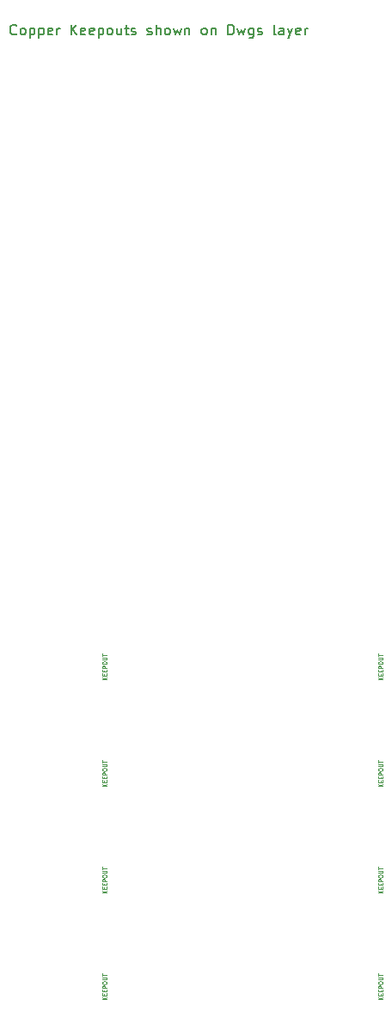
<source format=gbr>
%TF.GenerationSoftware,KiCad,Pcbnew,6.0.2+dfsg-1*%
%TF.CreationDate,2023-09-09T19:36:37+01:00*%
%TF.ProjectId,useq,75736571-2e6b-4696-9361-645f70636258,rev?*%
%TF.SameCoordinates,Original*%
%TF.FileFunction,Other,Comment*%
%FSLAX46Y46*%
G04 Gerber Fmt 4.6, Leading zero omitted, Abs format (unit mm)*
G04 Created by KiCad (PCBNEW 6.0.2+dfsg-1) date 2023-09-09 19:36:37*
%MOMM*%
%LPD*%
G01*
G04 APERTURE LIST*
%ADD10C,0.150000*%
%ADD11C,0.051000*%
G04 APERTURE END LIST*
D10*
%TO.C,U1*%
X143600000Y-28657142D02*
X143552380Y-28704761D01*
X143409523Y-28752380D01*
X143314285Y-28752380D01*
X143171428Y-28704761D01*
X143076190Y-28609523D01*
X143028571Y-28514285D01*
X142980952Y-28323809D01*
X142980952Y-28180952D01*
X143028571Y-27990476D01*
X143076190Y-27895238D01*
X143171428Y-27800000D01*
X143314285Y-27752380D01*
X143409523Y-27752380D01*
X143552380Y-27800000D01*
X143600000Y-27847619D01*
X144171428Y-28752380D02*
X144076190Y-28704761D01*
X144028571Y-28657142D01*
X143980952Y-28561904D01*
X143980952Y-28276190D01*
X144028571Y-28180952D01*
X144076190Y-28133333D01*
X144171428Y-28085714D01*
X144314285Y-28085714D01*
X144409523Y-28133333D01*
X144457142Y-28180952D01*
X144504761Y-28276190D01*
X144504761Y-28561904D01*
X144457142Y-28657142D01*
X144409523Y-28704761D01*
X144314285Y-28752380D01*
X144171428Y-28752380D01*
X144933333Y-28085714D02*
X144933333Y-29085714D01*
X144933333Y-28133333D02*
X145028571Y-28085714D01*
X145219047Y-28085714D01*
X145314285Y-28133333D01*
X145361904Y-28180952D01*
X145409523Y-28276190D01*
X145409523Y-28561904D01*
X145361904Y-28657142D01*
X145314285Y-28704761D01*
X145219047Y-28752380D01*
X145028571Y-28752380D01*
X144933333Y-28704761D01*
X145838095Y-28085714D02*
X145838095Y-29085714D01*
X145838095Y-28133333D02*
X145933333Y-28085714D01*
X146123809Y-28085714D01*
X146219047Y-28133333D01*
X146266666Y-28180952D01*
X146314285Y-28276190D01*
X146314285Y-28561904D01*
X146266666Y-28657142D01*
X146219047Y-28704761D01*
X146123809Y-28752380D01*
X145933333Y-28752380D01*
X145838095Y-28704761D01*
X147123809Y-28704761D02*
X147028571Y-28752380D01*
X146838095Y-28752380D01*
X146742857Y-28704761D01*
X146695238Y-28609523D01*
X146695238Y-28228571D01*
X146742857Y-28133333D01*
X146838095Y-28085714D01*
X147028571Y-28085714D01*
X147123809Y-28133333D01*
X147171428Y-28228571D01*
X147171428Y-28323809D01*
X146695238Y-28419047D01*
X147600000Y-28752380D02*
X147600000Y-28085714D01*
X147600000Y-28276190D02*
X147647619Y-28180952D01*
X147695238Y-28133333D01*
X147790476Y-28085714D01*
X147885714Y-28085714D01*
X148980952Y-28752380D02*
X148980952Y-27752380D01*
X149552380Y-28752380D02*
X149123809Y-28180952D01*
X149552380Y-27752380D02*
X148980952Y-28323809D01*
X150361904Y-28704761D02*
X150266666Y-28752380D01*
X150076190Y-28752380D01*
X149980952Y-28704761D01*
X149933333Y-28609523D01*
X149933333Y-28228571D01*
X149980952Y-28133333D01*
X150076190Y-28085714D01*
X150266666Y-28085714D01*
X150361904Y-28133333D01*
X150409523Y-28228571D01*
X150409523Y-28323809D01*
X149933333Y-28419047D01*
X151219047Y-28704761D02*
X151123809Y-28752380D01*
X150933333Y-28752380D01*
X150838095Y-28704761D01*
X150790476Y-28609523D01*
X150790476Y-28228571D01*
X150838095Y-28133333D01*
X150933333Y-28085714D01*
X151123809Y-28085714D01*
X151219047Y-28133333D01*
X151266666Y-28228571D01*
X151266666Y-28323809D01*
X150790476Y-28419047D01*
X151695238Y-28085714D02*
X151695238Y-29085714D01*
X151695238Y-28133333D02*
X151790476Y-28085714D01*
X151980952Y-28085714D01*
X152076190Y-28133333D01*
X152123809Y-28180952D01*
X152171428Y-28276190D01*
X152171428Y-28561904D01*
X152123809Y-28657142D01*
X152076190Y-28704761D01*
X151980952Y-28752380D01*
X151790476Y-28752380D01*
X151695238Y-28704761D01*
X152742857Y-28752380D02*
X152647619Y-28704761D01*
X152600000Y-28657142D01*
X152552380Y-28561904D01*
X152552380Y-28276190D01*
X152600000Y-28180952D01*
X152647619Y-28133333D01*
X152742857Y-28085714D01*
X152885714Y-28085714D01*
X152980952Y-28133333D01*
X153028571Y-28180952D01*
X153076190Y-28276190D01*
X153076190Y-28561904D01*
X153028571Y-28657142D01*
X152980952Y-28704761D01*
X152885714Y-28752380D01*
X152742857Y-28752380D01*
X153933333Y-28085714D02*
X153933333Y-28752380D01*
X153504761Y-28085714D02*
X153504761Y-28609523D01*
X153552380Y-28704761D01*
X153647619Y-28752380D01*
X153790476Y-28752380D01*
X153885714Y-28704761D01*
X153933333Y-28657142D01*
X154266666Y-28085714D02*
X154647619Y-28085714D01*
X154409523Y-27752380D02*
X154409523Y-28609523D01*
X154457142Y-28704761D01*
X154552380Y-28752380D01*
X154647619Y-28752380D01*
X154933333Y-28704761D02*
X155028571Y-28752380D01*
X155219047Y-28752380D01*
X155314285Y-28704761D01*
X155361904Y-28609523D01*
X155361904Y-28561904D01*
X155314285Y-28466666D01*
X155219047Y-28419047D01*
X155076190Y-28419047D01*
X154980952Y-28371428D01*
X154933333Y-28276190D01*
X154933333Y-28228571D01*
X154980952Y-28133333D01*
X155076190Y-28085714D01*
X155219047Y-28085714D01*
X155314285Y-28133333D01*
X156504761Y-28704761D02*
X156600000Y-28752380D01*
X156790476Y-28752380D01*
X156885714Y-28704761D01*
X156933333Y-28609523D01*
X156933333Y-28561904D01*
X156885714Y-28466666D01*
X156790476Y-28419047D01*
X156647619Y-28419047D01*
X156552380Y-28371428D01*
X156504761Y-28276190D01*
X156504761Y-28228571D01*
X156552380Y-28133333D01*
X156647619Y-28085714D01*
X156790476Y-28085714D01*
X156885714Y-28133333D01*
X157361904Y-28752380D02*
X157361904Y-27752380D01*
X157790476Y-28752380D02*
X157790476Y-28228571D01*
X157742857Y-28133333D01*
X157647619Y-28085714D01*
X157504761Y-28085714D01*
X157409523Y-28133333D01*
X157361904Y-28180952D01*
X158409523Y-28752380D02*
X158314285Y-28704761D01*
X158266666Y-28657142D01*
X158219047Y-28561904D01*
X158219047Y-28276190D01*
X158266666Y-28180952D01*
X158314285Y-28133333D01*
X158409523Y-28085714D01*
X158552380Y-28085714D01*
X158647619Y-28133333D01*
X158695238Y-28180952D01*
X158742857Y-28276190D01*
X158742857Y-28561904D01*
X158695238Y-28657142D01*
X158647619Y-28704761D01*
X158552380Y-28752380D01*
X158409523Y-28752380D01*
X159076190Y-28085714D02*
X159266666Y-28752380D01*
X159457142Y-28276190D01*
X159647619Y-28752380D01*
X159838095Y-28085714D01*
X160219047Y-28085714D02*
X160219047Y-28752380D01*
X160219047Y-28180952D02*
X160266666Y-28133333D01*
X160361904Y-28085714D01*
X160504761Y-28085714D01*
X160600000Y-28133333D01*
X160647619Y-28228571D01*
X160647619Y-28752380D01*
X162028571Y-28752380D02*
X161933333Y-28704761D01*
X161885714Y-28657142D01*
X161838095Y-28561904D01*
X161838095Y-28276190D01*
X161885714Y-28180952D01*
X161933333Y-28133333D01*
X162028571Y-28085714D01*
X162171428Y-28085714D01*
X162266666Y-28133333D01*
X162314285Y-28180952D01*
X162361904Y-28276190D01*
X162361904Y-28561904D01*
X162314285Y-28657142D01*
X162266666Y-28704761D01*
X162171428Y-28752380D01*
X162028571Y-28752380D01*
X162790476Y-28085714D02*
X162790476Y-28752380D01*
X162790476Y-28180952D02*
X162838095Y-28133333D01*
X162933333Y-28085714D01*
X163076190Y-28085714D01*
X163171428Y-28133333D01*
X163219047Y-28228571D01*
X163219047Y-28752380D01*
X164457142Y-28752380D02*
X164457142Y-27752380D01*
X164695238Y-27752380D01*
X164838095Y-27800000D01*
X164933333Y-27895238D01*
X164980952Y-27990476D01*
X165028571Y-28180952D01*
X165028571Y-28323809D01*
X164980952Y-28514285D01*
X164933333Y-28609523D01*
X164838095Y-28704761D01*
X164695238Y-28752380D01*
X164457142Y-28752380D01*
X165361904Y-28085714D02*
X165552380Y-28752380D01*
X165742857Y-28276190D01*
X165933333Y-28752380D01*
X166123809Y-28085714D01*
X166933333Y-28085714D02*
X166933333Y-28895238D01*
X166885714Y-28990476D01*
X166838095Y-29038095D01*
X166742857Y-29085714D01*
X166599999Y-29085714D01*
X166504761Y-29038095D01*
X166933333Y-28704761D02*
X166838095Y-28752380D01*
X166647619Y-28752380D01*
X166552380Y-28704761D01*
X166504761Y-28657142D01*
X166457142Y-28561904D01*
X166457142Y-28276190D01*
X166504761Y-28180952D01*
X166552380Y-28133333D01*
X166647619Y-28085714D01*
X166838095Y-28085714D01*
X166933333Y-28133333D01*
X167361904Y-28704761D02*
X167457142Y-28752380D01*
X167647619Y-28752380D01*
X167742857Y-28704761D01*
X167790476Y-28609523D01*
X167790476Y-28561904D01*
X167742857Y-28466666D01*
X167647619Y-28419047D01*
X167504761Y-28419047D01*
X167409523Y-28371428D01*
X167361904Y-28276190D01*
X167361904Y-28228571D01*
X167409523Y-28133333D01*
X167504761Y-28085714D01*
X167647619Y-28085714D01*
X167742857Y-28133333D01*
X169123809Y-28752380D02*
X169028571Y-28704761D01*
X168980952Y-28609523D01*
X168980952Y-27752380D01*
X169933333Y-28752380D02*
X169933333Y-28228571D01*
X169885714Y-28133333D01*
X169790476Y-28085714D01*
X169599999Y-28085714D01*
X169504761Y-28133333D01*
X169933333Y-28704761D02*
X169838095Y-28752380D01*
X169599999Y-28752380D01*
X169504761Y-28704761D01*
X169457142Y-28609523D01*
X169457142Y-28514285D01*
X169504761Y-28419047D01*
X169599999Y-28371428D01*
X169838095Y-28371428D01*
X169933333Y-28323809D01*
X170314285Y-28085714D02*
X170552380Y-28752380D01*
X170790476Y-28085714D02*
X170552380Y-28752380D01*
X170457142Y-28990476D01*
X170409523Y-29038095D01*
X170314285Y-29085714D01*
X171552380Y-28704761D02*
X171457142Y-28752380D01*
X171266666Y-28752380D01*
X171171428Y-28704761D01*
X171123809Y-28609523D01*
X171123809Y-28228571D01*
X171171428Y-28133333D01*
X171266666Y-28085714D01*
X171457142Y-28085714D01*
X171552380Y-28133333D01*
X171599999Y-28228571D01*
X171599999Y-28323809D01*
X171123809Y-28419047D01*
X172028571Y-28752380D02*
X172028571Y-28085714D01*
X172028571Y-28276190D02*
X172076190Y-28180952D01*
X172123809Y-28133333D01*
X172219047Y-28085714D01*
X172314285Y-28085714D01*
D11*
%TO.C,J7*%
X179660952Y-123738095D02*
X179260952Y-123738095D01*
X179660952Y-123509523D02*
X179432380Y-123680952D01*
X179260952Y-123509523D02*
X179489523Y-123738095D01*
X179451428Y-123338095D02*
X179451428Y-123204761D01*
X179660952Y-123147619D02*
X179660952Y-123338095D01*
X179260952Y-123338095D01*
X179260952Y-123147619D01*
X179451428Y-122976190D02*
X179451428Y-122842857D01*
X179660952Y-122785714D02*
X179660952Y-122976190D01*
X179260952Y-122976190D01*
X179260952Y-122785714D01*
X179660952Y-122614285D02*
X179260952Y-122614285D01*
X179260952Y-122461904D01*
X179280000Y-122423809D01*
X179299047Y-122404761D01*
X179337142Y-122385714D01*
X179394285Y-122385714D01*
X179432380Y-122404761D01*
X179451428Y-122423809D01*
X179470476Y-122461904D01*
X179470476Y-122614285D01*
X179260952Y-122138095D02*
X179260952Y-122061904D01*
X179280000Y-122023809D01*
X179318095Y-121985714D01*
X179394285Y-121966666D01*
X179527619Y-121966666D01*
X179603809Y-121985714D01*
X179641904Y-122023809D01*
X179660952Y-122061904D01*
X179660952Y-122138095D01*
X179641904Y-122176190D01*
X179603809Y-122214285D01*
X179527619Y-122233333D01*
X179394285Y-122233333D01*
X179318095Y-122214285D01*
X179280000Y-122176190D01*
X179260952Y-122138095D01*
X179260952Y-121795238D02*
X179584761Y-121795238D01*
X179622857Y-121776190D01*
X179641904Y-121757142D01*
X179660952Y-121719047D01*
X179660952Y-121642857D01*
X179641904Y-121604761D01*
X179622857Y-121585714D01*
X179584761Y-121566666D01*
X179260952Y-121566666D01*
X179260952Y-121433333D02*
X179260952Y-121204761D01*
X179660952Y-121319047D02*
X179260952Y-121319047D01*
%TO.C,J4*%
X179660952Y-102738095D02*
X179260952Y-102738095D01*
X179660952Y-102509523D02*
X179432380Y-102680952D01*
X179260952Y-102509523D02*
X179489523Y-102738095D01*
X179451428Y-102338095D02*
X179451428Y-102204761D01*
X179660952Y-102147619D02*
X179660952Y-102338095D01*
X179260952Y-102338095D01*
X179260952Y-102147619D01*
X179451428Y-101976190D02*
X179451428Y-101842857D01*
X179660952Y-101785714D02*
X179660952Y-101976190D01*
X179260952Y-101976190D01*
X179260952Y-101785714D01*
X179660952Y-101614285D02*
X179260952Y-101614285D01*
X179260952Y-101461904D01*
X179280000Y-101423809D01*
X179299047Y-101404761D01*
X179337142Y-101385714D01*
X179394285Y-101385714D01*
X179432380Y-101404761D01*
X179451428Y-101423809D01*
X179470476Y-101461904D01*
X179470476Y-101614285D01*
X179260952Y-101138095D02*
X179260952Y-101061904D01*
X179280000Y-101023809D01*
X179318095Y-100985714D01*
X179394285Y-100966666D01*
X179527619Y-100966666D01*
X179603809Y-100985714D01*
X179641904Y-101023809D01*
X179660952Y-101061904D01*
X179660952Y-101138095D01*
X179641904Y-101176190D01*
X179603809Y-101214285D01*
X179527619Y-101233333D01*
X179394285Y-101233333D01*
X179318095Y-101214285D01*
X179280000Y-101176190D01*
X179260952Y-101138095D01*
X179260952Y-100795238D02*
X179584761Y-100795238D01*
X179622857Y-100776190D01*
X179641904Y-100757142D01*
X179660952Y-100719047D01*
X179660952Y-100642857D01*
X179641904Y-100604761D01*
X179622857Y-100585714D01*
X179584761Y-100566666D01*
X179260952Y-100566666D01*
X179260952Y-100433333D02*
X179260952Y-100204761D01*
X179660952Y-100319047D02*
X179260952Y-100319047D01*
%TO.C,J3*%
X152480952Y-102738095D02*
X152080952Y-102738095D01*
X152480952Y-102509523D02*
X152252380Y-102680952D01*
X152080952Y-102509523D02*
X152309523Y-102738095D01*
X152271428Y-102338095D02*
X152271428Y-102204761D01*
X152480952Y-102147619D02*
X152480952Y-102338095D01*
X152080952Y-102338095D01*
X152080952Y-102147619D01*
X152271428Y-101976190D02*
X152271428Y-101842857D01*
X152480952Y-101785714D02*
X152480952Y-101976190D01*
X152080952Y-101976190D01*
X152080952Y-101785714D01*
X152480952Y-101614285D02*
X152080952Y-101614285D01*
X152080952Y-101461904D01*
X152100000Y-101423809D01*
X152119047Y-101404761D01*
X152157142Y-101385714D01*
X152214285Y-101385714D01*
X152252380Y-101404761D01*
X152271428Y-101423809D01*
X152290476Y-101461904D01*
X152290476Y-101614285D01*
X152080952Y-101138095D02*
X152080952Y-101061904D01*
X152100000Y-101023809D01*
X152138095Y-100985714D01*
X152214285Y-100966666D01*
X152347619Y-100966666D01*
X152423809Y-100985714D01*
X152461904Y-101023809D01*
X152480952Y-101061904D01*
X152480952Y-101138095D01*
X152461904Y-101176190D01*
X152423809Y-101214285D01*
X152347619Y-101233333D01*
X152214285Y-101233333D01*
X152138095Y-101214285D01*
X152100000Y-101176190D01*
X152080952Y-101138095D01*
X152080952Y-100795238D02*
X152404761Y-100795238D01*
X152442857Y-100776190D01*
X152461904Y-100757142D01*
X152480952Y-100719047D01*
X152480952Y-100642857D01*
X152461904Y-100604761D01*
X152442857Y-100585714D01*
X152404761Y-100566666D01*
X152080952Y-100566666D01*
X152080952Y-100433333D02*
X152080952Y-100204761D01*
X152480952Y-100319047D02*
X152080952Y-100319047D01*
%TO.C,J1*%
X179660952Y-92238095D02*
X179260952Y-92238095D01*
X179660952Y-92009523D02*
X179432380Y-92180952D01*
X179260952Y-92009523D02*
X179489523Y-92238095D01*
X179451428Y-91838095D02*
X179451428Y-91704761D01*
X179660952Y-91647619D02*
X179660952Y-91838095D01*
X179260952Y-91838095D01*
X179260952Y-91647619D01*
X179451428Y-91476190D02*
X179451428Y-91342857D01*
X179660952Y-91285714D02*
X179660952Y-91476190D01*
X179260952Y-91476190D01*
X179260952Y-91285714D01*
X179660952Y-91114285D02*
X179260952Y-91114285D01*
X179260952Y-90961904D01*
X179280000Y-90923809D01*
X179299047Y-90904761D01*
X179337142Y-90885714D01*
X179394285Y-90885714D01*
X179432380Y-90904761D01*
X179451428Y-90923809D01*
X179470476Y-90961904D01*
X179470476Y-91114285D01*
X179260952Y-90638095D02*
X179260952Y-90561904D01*
X179280000Y-90523809D01*
X179318095Y-90485714D01*
X179394285Y-90466666D01*
X179527619Y-90466666D01*
X179603809Y-90485714D01*
X179641904Y-90523809D01*
X179660952Y-90561904D01*
X179660952Y-90638095D01*
X179641904Y-90676190D01*
X179603809Y-90714285D01*
X179527619Y-90733333D01*
X179394285Y-90733333D01*
X179318095Y-90714285D01*
X179280000Y-90676190D01*
X179260952Y-90638095D01*
X179260952Y-90295238D02*
X179584761Y-90295238D01*
X179622857Y-90276190D01*
X179641904Y-90257142D01*
X179660952Y-90219047D01*
X179660952Y-90142857D01*
X179641904Y-90104761D01*
X179622857Y-90085714D01*
X179584761Y-90066666D01*
X179260952Y-90066666D01*
X179260952Y-89933333D02*
X179260952Y-89704761D01*
X179660952Y-89819047D02*
X179260952Y-89819047D01*
%TO.C,J8*%
X152480952Y-123738095D02*
X152080952Y-123738095D01*
X152480952Y-123509523D02*
X152252380Y-123680952D01*
X152080952Y-123509523D02*
X152309523Y-123738095D01*
X152271428Y-123338095D02*
X152271428Y-123204761D01*
X152480952Y-123147619D02*
X152480952Y-123338095D01*
X152080952Y-123338095D01*
X152080952Y-123147619D01*
X152271428Y-122976190D02*
X152271428Y-122842857D01*
X152480952Y-122785714D02*
X152480952Y-122976190D01*
X152080952Y-122976190D01*
X152080952Y-122785714D01*
X152480952Y-122614285D02*
X152080952Y-122614285D01*
X152080952Y-122461904D01*
X152100000Y-122423809D01*
X152119047Y-122404761D01*
X152157142Y-122385714D01*
X152214285Y-122385714D01*
X152252380Y-122404761D01*
X152271428Y-122423809D01*
X152290476Y-122461904D01*
X152290476Y-122614285D01*
X152080952Y-122138095D02*
X152080952Y-122061904D01*
X152100000Y-122023809D01*
X152138095Y-121985714D01*
X152214285Y-121966666D01*
X152347619Y-121966666D01*
X152423809Y-121985714D01*
X152461904Y-122023809D01*
X152480952Y-122061904D01*
X152480952Y-122138095D01*
X152461904Y-122176190D01*
X152423809Y-122214285D01*
X152347619Y-122233333D01*
X152214285Y-122233333D01*
X152138095Y-122214285D01*
X152100000Y-122176190D01*
X152080952Y-122138095D01*
X152080952Y-121795238D02*
X152404761Y-121795238D01*
X152442857Y-121776190D01*
X152461904Y-121757142D01*
X152480952Y-121719047D01*
X152480952Y-121642857D01*
X152461904Y-121604761D01*
X152442857Y-121585714D01*
X152404761Y-121566666D01*
X152080952Y-121566666D01*
X152080952Y-121433333D02*
X152080952Y-121204761D01*
X152480952Y-121319047D02*
X152080952Y-121319047D01*
%TO.C,J6*%
X152480952Y-113238095D02*
X152080952Y-113238095D01*
X152480952Y-113009523D02*
X152252380Y-113180952D01*
X152080952Y-113009523D02*
X152309523Y-113238095D01*
X152271428Y-112838095D02*
X152271428Y-112704761D01*
X152480952Y-112647619D02*
X152480952Y-112838095D01*
X152080952Y-112838095D01*
X152080952Y-112647619D01*
X152271428Y-112476190D02*
X152271428Y-112342857D01*
X152480952Y-112285714D02*
X152480952Y-112476190D01*
X152080952Y-112476190D01*
X152080952Y-112285714D01*
X152480952Y-112114285D02*
X152080952Y-112114285D01*
X152080952Y-111961904D01*
X152100000Y-111923809D01*
X152119047Y-111904761D01*
X152157142Y-111885714D01*
X152214285Y-111885714D01*
X152252380Y-111904761D01*
X152271428Y-111923809D01*
X152290476Y-111961904D01*
X152290476Y-112114285D01*
X152080952Y-111638095D02*
X152080952Y-111561904D01*
X152100000Y-111523809D01*
X152138095Y-111485714D01*
X152214285Y-111466666D01*
X152347619Y-111466666D01*
X152423809Y-111485714D01*
X152461904Y-111523809D01*
X152480952Y-111561904D01*
X152480952Y-111638095D01*
X152461904Y-111676190D01*
X152423809Y-111714285D01*
X152347619Y-111733333D01*
X152214285Y-111733333D01*
X152138095Y-111714285D01*
X152100000Y-111676190D01*
X152080952Y-111638095D01*
X152080952Y-111295238D02*
X152404761Y-111295238D01*
X152442857Y-111276190D01*
X152461904Y-111257142D01*
X152480952Y-111219047D01*
X152480952Y-111142857D01*
X152461904Y-111104761D01*
X152442857Y-111085714D01*
X152404761Y-111066666D01*
X152080952Y-111066666D01*
X152080952Y-110933333D02*
X152080952Y-110704761D01*
X152480952Y-110819047D02*
X152080952Y-110819047D01*
%TO.C,J2*%
X152480952Y-92238095D02*
X152080952Y-92238095D01*
X152480952Y-92009523D02*
X152252380Y-92180952D01*
X152080952Y-92009523D02*
X152309523Y-92238095D01*
X152271428Y-91838095D02*
X152271428Y-91704761D01*
X152480952Y-91647619D02*
X152480952Y-91838095D01*
X152080952Y-91838095D01*
X152080952Y-91647619D01*
X152271428Y-91476190D02*
X152271428Y-91342857D01*
X152480952Y-91285714D02*
X152480952Y-91476190D01*
X152080952Y-91476190D01*
X152080952Y-91285714D01*
X152480952Y-91114285D02*
X152080952Y-91114285D01*
X152080952Y-90961904D01*
X152100000Y-90923809D01*
X152119047Y-90904761D01*
X152157142Y-90885714D01*
X152214285Y-90885714D01*
X152252380Y-90904761D01*
X152271428Y-90923809D01*
X152290476Y-90961904D01*
X152290476Y-91114285D01*
X152080952Y-90638095D02*
X152080952Y-90561904D01*
X152100000Y-90523809D01*
X152138095Y-90485714D01*
X152214285Y-90466666D01*
X152347619Y-90466666D01*
X152423809Y-90485714D01*
X152461904Y-90523809D01*
X152480952Y-90561904D01*
X152480952Y-90638095D01*
X152461904Y-90676190D01*
X152423809Y-90714285D01*
X152347619Y-90733333D01*
X152214285Y-90733333D01*
X152138095Y-90714285D01*
X152100000Y-90676190D01*
X152080952Y-90638095D01*
X152080952Y-90295238D02*
X152404761Y-90295238D01*
X152442857Y-90276190D01*
X152461904Y-90257142D01*
X152480952Y-90219047D01*
X152480952Y-90142857D01*
X152461904Y-90104761D01*
X152442857Y-90085714D01*
X152404761Y-90066666D01*
X152080952Y-90066666D01*
X152080952Y-89933333D02*
X152080952Y-89704761D01*
X152480952Y-89819047D02*
X152080952Y-89819047D01*
%TO.C,J5*%
X179660952Y-113238095D02*
X179260952Y-113238095D01*
X179660952Y-113009523D02*
X179432380Y-113180952D01*
X179260952Y-113009523D02*
X179489523Y-113238095D01*
X179451428Y-112838095D02*
X179451428Y-112704761D01*
X179660952Y-112647619D02*
X179660952Y-112838095D01*
X179260952Y-112838095D01*
X179260952Y-112647619D01*
X179451428Y-112476190D02*
X179451428Y-112342857D01*
X179660952Y-112285714D02*
X179660952Y-112476190D01*
X179260952Y-112476190D01*
X179260952Y-112285714D01*
X179660952Y-112114285D02*
X179260952Y-112114285D01*
X179260952Y-111961904D01*
X179280000Y-111923809D01*
X179299047Y-111904761D01*
X179337142Y-111885714D01*
X179394285Y-111885714D01*
X179432380Y-111904761D01*
X179451428Y-111923809D01*
X179470476Y-111961904D01*
X179470476Y-112114285D01*
X179260952Y-111638095D02*
X179260952Y-111561904D01*
X179280000Y-111523809D01*
X179318095Y-111485714D01*
X179394285Y-111466666D01*
X179527619Y-111466666D01*
X179603809Y-111485714D01*
X179641904Y-111523809D01*
X179660952Y-111561904D01*
X179660952Y-111638095D01*
X179641904Y-111676190D01*
X179603809Y-111714285D01*
X179527619Y-111733333D01*
X179394285Y-111733333D01*
X179318095Y-111714285D01*
X179280000Y-111676190D01*
X179260952Y-111638095D01*
X179260952Y-111295238D02*
X179584761Y-111295238D01*
X179622857Y-111276190D01*
X179641904Y-111257142D01*
X179660952Y-111219047D01*
X179660952Y-111142857D01*
X179641904Y-111104761D01*
X179622857Y-111085714D01*
X179584761Y-111066666D01*
X179260952Y-111066666D01*
X179260952Y-110933333D02*
X179260952Y-110704761D01*
X179660952Y-110819047D02*
X179260952Y-110819047D01*
%TD*%
M02*

</source>
